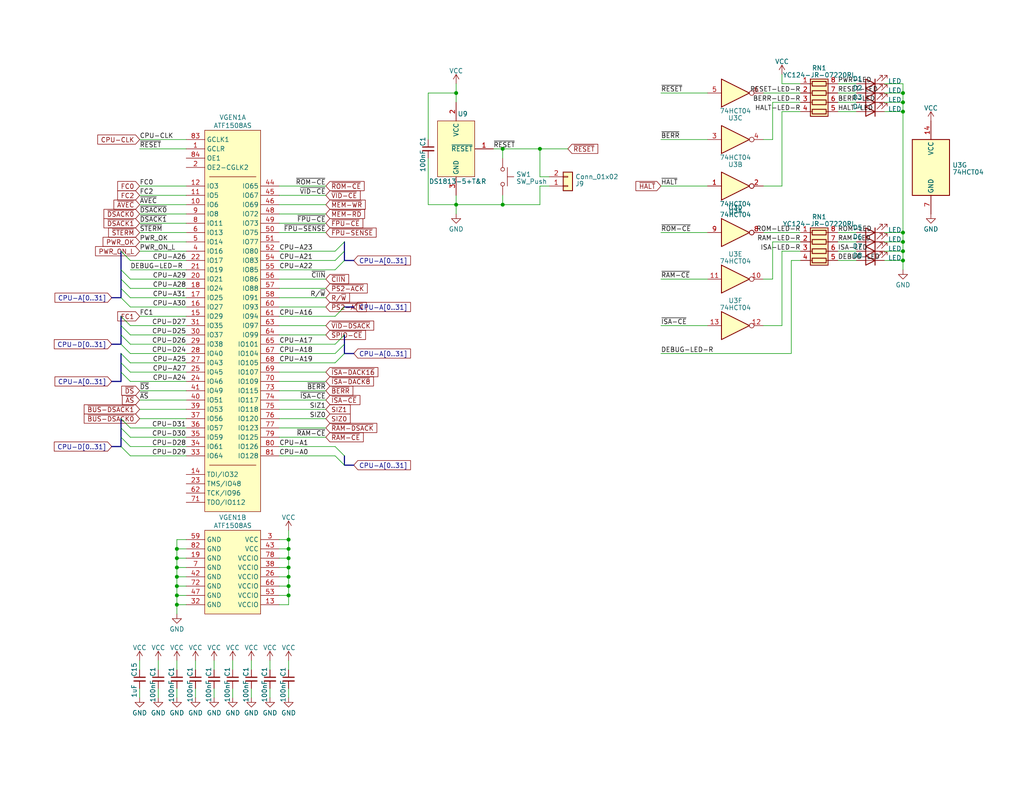
<source format=kicad_sch>
(kicad_sch (version 20230121) (generator eeschema)
  (paper "USLetter")
  (title_block (title "Wrap030 ITX") (date "2023-03-15") (rev "0") (company "techav"))
  (lib_symbols
    (symbol "74xx:74HCT04"
      (property "Reference" "U" (at 0 1.27 0))
      (property "Value" "74HCT04" (at 0 -1.27 0))
      (symbol "74HCT04_1_0"
        (pin input line (at -7.62 0 0) (length 3.81) (name "~") (number "1"))
        (pin output inverted (at 7.62 0 180) (length 3.81) (name "~") (number "2"))
      )
      (symbol "74HCT04_2_0"
        (pin input line (at -7.62 0 0) (length 3.81) (name "~") (number "3"))
        (pin output inverted (at 7.62 0 180) (length 3.81) (name "~") (number "4"))
      )
      (symbol "74HCT04_3_0"
        (pin input line (at -7.62 0 0) (length 3.81) (name "~") (number "5"))
        (pin output inverted (at 7.62 0 180) (length 3.81) (name "~") (number "6"))
      )
      (symbol "74HCT04_4_0"
        (pin output inverted (at 7.62 0 180) (length 3.81) (name "~") (number "8"))
        (pin input line (at -7.62 0 0) (length 3.81) (name "~") (number "9"))
      )
      (symbol "74HCT04_5_0"
        (pin output inverted (at 7.62 0 180) (length 3.81) (name "~") (number "10"))
        (pin input line (at -7.62 0 0) (length 3.81) (name "~") (number "11"))
      )
      (symbol "74HCT04_6_0"
        (pin output inverted (at 7.62 0 180) (length 3.81) (name "~") (number "12"))
        (pin input line (at -7.62 0 0) (length 3.81) (name "~") (number "13"))
      )
      (symbol "74HCT04_7_0"
        (pin power_in line (at 0 12.7 270) (length 5.08) (name "VCC") (number "14"))
        (pin power_in line (at 0 -12.7 90) (length 5.08) (name "GND") (number "7"))
      )
    )
    (symbol "Connector_Generic:Conn_01x02" (pin_names (offset 1.016) hide)
      (property "Reference" "J" (at 0 2.54 0))
      (property "Value" "Conn_01x02" (at 0 -5.08 0))
      (symbol "Conn_01x02_1_1"
        (pin passive line (at -5.08 0 0) (length 3.81) (name "Pin_1") (number "1"))
        (pin passive line (at -5.08 -2.54 0) (length 3.81) (name "Pin_2") (number "2"))
      )
    )
    (symbol "Device:C_Small" (pin_numbers hide) (pin_names (offset 0.254) hide)
      (property "Reference" "C" (at 0.254 1.778 0))
      (property "Value" "C_Small" (at 0.254 -2.032 0))
      (symbol "C_Small_1_1"
        (pin passive line (at 0 2.54 270) (length 2.032) (name "~") (number "1"))
        (pin passive line (at 0 -2.54 90) (length 2.032) (name "~") (number "2"))
      )
    )
    (symbol "Device:LED" (pin_numbers hide) (pin_names (offset 1.016) hide)
      (property "Reference" "D" (at 0 2.54 0))
      (property "Value" "LED" (at 0 -2.54 0))
      (symbol "LED_1_1"
        (pin passive line (at -3.81 0 0) (length 2.54) (name "K") (number "1"))
        (pin passive line (at 3.81 0 180) (length 2.54) (name "A") (number "2"))
      )
    )
    (symbol "Device:R_Pack04" (pin_names (offset 0) hide)
      (property "Reference" "RN" (at -7.62 0 90))
      (property "Value" "R_Pack04" (at 5.08 0 90))
      (symbol "R_Pack04_1_1"
        (pin passive line (at -5.08 -5.08 90) (length 2.54) (name "R1.1") (number "1"))
        (pin passive line (at -2.54 -5.08 90) (length 2.54) (name "R2.1") (number "2"))
        (pin passive line (at 0 -5.08 90) (length 2.54) (name "R3.1") (number "3"))
        (pin passive line (at 2.54 -5.08 90) (length 2.54) (name "R4.1") (number "4"))
        (pin passive line (at 2.54 5.08 270) (length 2.54) (name "R4.2") (number "5"))
        (pin passive line (at 0 5.08 270) (length 2.54) (name "R3.2") (number "6"))
        (pin passive line (at -2.54 5.08 270) (length 2.54) (name "R2.2") (number "7"))
        (pin passive line (at -5.08 5.08 270) (length 2.54) (name "R1.2") (number "8"))
      )
    )
    (symbol "Switch:SW_Push" (pin_numbers hide) (pin_names (offset 1.016) hide)
      (property "Reference" "SW" (at 1.27 2.54 0))
      (property "Value" "SW_Push" (at 0 -1.524 0))
      (symbol "SW_Push_0_1"
        (pin passive line (at -5.08 0 0) (length 2.54) (name "1") (number "1"))
        (pin passive line (at 5.08 0 180) (length 2.54) (name "2") (number "2"))
      )
    )
    (symbol "Wrap030-ITX:ATF1508AS"
      (property "Reference" "U" (at 0 1.27 0))
      (symbol "ATF1508AS_1_1"
        (pin bidirectional line (at -12.7 -5.08 0) (length 5.08) (name "GCLR") (number "1"))
        (pin bidirectional line (at -12.7 -20.32 0) (length 5.08) (name "IO6") (number "10"))
        (pin bidirectional line (at -12.7 -17.78 0) (length 5.08) (name "IO5") (number "11"))
        (pin bidirectional line (at -12.7 -15.24 0) (length 5.08) (name "IO3") (number "12"))
        (pin bidirectional line (at -12.7 -93.98 0) (length 5.08) (name "TDI/IO32") (number "14"))
        (pin bidirectional line (at -12.7 -50.8 0) (length 5.08) (name "IO29") (number "15"))
        (pin bidirectional line (at -12.7 -48.26 0) (length 5.08) (name "IO27") (number "16"))
        (pin bidirectional line (at -12.7 -45.72 0) (length 5.08) (name "IO25") (number "17"))
        (pin bidirectional line (at -12.7 -43.18 0) (length 5.08) (name "IO24") (number "18"))
        (pin bidirectional line (at -12.7 -10.16 0) (length 5.08) (name "OE2-CGLK2") (number "2"))
        (pin bidirectional line (at -12.7 -40.64 0) (length 5.08) (name "IO21") (number "20"))
        (pin bidirectional line (at -12.7 -38.1 0) (length 5.08) (name "IO19") (number "21"))
        (pin bidirectional line (at -12.7 -35.56 0) (length 5.08) (name "IO17") (number "22"))
        (pin bidirectional line (at -12.7 -96.52 0) (length 5.08) (name "TMS/IO48") (number "23"))
        (pin bidirectional line (at -12.7 -68.58 0) (length 5.08) (name "IO46") (number "24"))
        (pin bidirectional line (at -12.7 -66.04 0) (length 5.08) (name "IO45") (number "25"))
        (pin bidirectional line (at -12.7 -63.5 0) (length 5.08) (name "IO43") (number "27"))
        (pin bidirectional line (at -12.7 -60.96 0) (length 5.08) (name "IO40") (number "28"))
        (pin bidirectional line (at -12.7 -58.42 0) (length 5.08) (name "IO38") (number "29"))
        (pin bidirectional line (at -12.7 -55.88 0) (length 5.08) (name "IO37") (number "30"))
        (pin bidirectional line (at -12.7 -53.34 0) (length 5.08) (name "IO35") (number "31"))
        (pin bidirectional line (at -12.7 -88.9 0) (length 5.08) (name "IO64") (number "33"))
        (pin bidirectional line (at -12.7 -86.36 0) (length 5.08) (name "IO61") (number "34"))
        (pin bidirectional line (at -12.7 -83.82 0) (length 5.08) (name "IO59") (number "35"))
        (pin bidirectional line (at -12.7 -81.28 0) (length 5.08) (name "IO57") (number "36"))
        (pin bidirectional line (at -12.7 -78.74 0) (length 5.08) (name "IO56") (number "37"))
        (pin bidirectional line (at -12.7 -76.2 0) (length 5.08) (name "IO53") (number "39"))
        (pin bidirectional line (at -12.7 -33.02 0) (length 5.08) (name "IO16") (number "4"))
        (pin bidirectional line (at -12.7 -73.66 0) (length 5.08) (name "IO51") (number "40"))
        (pin bidirectional line (at -12.7 -71.12 0) (length 5.08) (name "IO49") (number "41"))
        (pin bidirectional line (at 12.7 -15.24 180) (length 5.08) (name "IO65") (number "44"))
        (pin bidirectional line (at 12.7 -17.78 180) (length 5.08) (name "IO67") (number "45"))
        (pin bidirectional line (at 12.7 -20.32 180) (length 5.08) (name "IO69") (number "46"))
        (pin bidirectional line (at 12.7 -22.86 180) (length 5.08) (name "IO72") (number "48"))
        (pin bidirectional line (at 12.7 -25.4 180) (length 5.08) (name "IO73") (number "49"))
        (pin bidirectional line (at -12.7 -30.48 0) (length 5.08) (name "IO14") (number "5"))
        (pin bidirectional line (at 12.7 -27.94 180) (length 5.08) (name "IO75") (number "50"))
        (pin bidirectional line (at 12.7 -30.48 180) (length 5.08) (name "IO77") (number "51"))
        (pin bidirectional line (at 12.7 -33.02 180) (length 5.08) (name "IO80") (number "52"))
        (pin bidirectional line (at 12.7 -35.56 180) (length 5.08) (name "IO83") (number "54"))
        (pin bidirectional line (at 12.7 -38.1 180) (length 5.08) (name "IO85") (number "55"))
        (pin bidirectional line (at 12.7 -40.64 180) (length 5.08) (name "IO86") (number "56"))
        (pin bidirectional line (at 12.7 -43.18 180) (length 5.08) (name "IO88") (number "57"))
        (pin bidirectional line (at 12.7 -45.72 180) (length 5.08) (name "IO91") (number "58"))
        (pin bidirectional line (at -12.7 -27.94 0) (length 5.08) (name "IO13") (number "6"))
        (pin bidirectional line (at 12.7 -48.26 180) (length 5.08) (name "IO93") (number "60"))
        (pin bidirectional line (at 12.7 -50.8 180) (length 5.08) (name "IO94") (number "61"))
        (pin bidirectional line (at -12.7 -99.06 0) (length 5.08) (name "TCK/IO96") (number "62"))
        (pin bidirectional line (at 12.7 -53.34 180) (length 5.08) (name "IO97") (number "63"))
        (pin bidirectional line (at 12.7 -55.88 180) (length 5.08) (name "IO99") (number "64"))
        (pin bidirectional line (at 12.7 -58.42 180) (length 5.08) (name "IO101") (number "65"))
        (pin bidirectional line (at 12.7 -60.96 180) (length 5.08) (name "IO104") (number "67"))
        (pin bidirectional line (at 12.7 -63.5 180) (length 5.08) (name "IO105") (number "68"))
        (pin bidirectional line (at 12.7 -66.04 180) (length 5.08) (name "IO107") (number "69"))
        (pin bidirectional line (at 12.7 -68.58 180) (length 5.08) (name "IO109") (number "70"))
        (pin bidirectional line (at -12.7 -101.6 0) (length 5.08) (name "TDO/IO112") (number "71"))
        (pin bidirectional line (at 12.7 -71.12 180) (length 5.08) (name "IO115") (number "73"))
        (pin bidirectional line (at 12.7 -73.66 180) (length 5.08) (name "IO117") (number "74"))
        (pin bidirectional line (at 12.7 -76.2 180) (length 5.08) (name "IO118") (number "75"))
        (pin bidirectional line (at 12.7 -78.74 180) (length 5.08) (name "IO120") (number "76"))
        (pin bidirectional line (at 12.7 -81.28 180) (length 5.08) (name "IO123") (number "77"))
        (pin bidirectional line (at 12.7 -83.82 180) (length 5.08) (name "IO125") (number "79"))
        (pin bidirectional line (at -12.7 -25.4 0) (length 5.08) (name "IO11") (number "8"))
        (pin bidirectional line (at 12.7 -86.36 180) (length 5.08) (name "IO126") (number "80"))
        (pin bidirectional line (at 12.7 -88.9 180) (length 5.08) (name "IO128") (number "81"))
        (pin bidirectional line (at -12.7 -2.54 0) (length 5.08) (name "GCLK1") (number "83"))
        (pin bidirectional line (at -12.7 -7.62 0) (length 5.08) (name "OE1") (number "84"))
        (pin bidirectional line (at -12.7 -22.86 0) (length 5.08) (name "IO8") (number "9"))
      )
      (symbol "ATF1508AS_2_1"
        (pin power_in line (at 12.7 -20.32 180) (length 5.08) (name "VCCIO") (number "13"))
        (pin power_in line (at -12.7 -7.62 0) (length 5.08) (name "GND") (number "19"))
        (pin power_in line (at 12.7 -12.7 180) (length 5.08) (name "VCCIO") (number "26"))
        (pin power_in line (at 12.7 -2.54 180) (length 5.08) (name "VCC") (number "3"))
        (pin power_in line (at -12.7 -20.32 0) (length 5.08) (name "GND") (number "32"))
        (pin power_in line (at 12.7 -10.16 180) (length 5.08) (name "VCCIO") (number "38"))
        (pin power_in line (at -12.7 -12.7 0) (length 5.08) (name "GND") (number "42"))
        (pin power_in line (at 12.7 -5.08 180) (length 5.08) (name "VCC") (number "43"))
        (pin power_in line (at -12.7 -17.78 0) (length 5.08) (name "GND") (number "47"))
        (pin power_in line (at 12.7 -17.78 180) (length 5.08) (name "VCCIO") (number "53"))
        (pin power_in line (at -12.7 -2.54 0) (length 5.08) (name "GND") (number "59"))
        (pin power_in line (at 12.7 -15.24 180) (length 5.08) (name "VCCIO") (number "66"))
        (pin power_in line (at -12.7 -10.16 0) (length 5.08) (name "GND") (number "7"))
        (pin power_in line (at -12.7 -15.24 0) (length 5.08) (name "GND") (number "72"))
        (pin power_in line (at 12.7 -7.62 180) (length 5.08) (name "VCCIO") (number "78"))
        (pin power_in line (at -12.7 -5.08 0) (length 5.08) (name "GND") (number "82"))
      )
    )
    (symbol "Wrap030-ITX:DS1813"
      (property "Reference" "U" (at 1.27 8.89 0))
      (property "Value" "DS1813" (at 3.81 -8.89 0))
      (symbol "DS1813_1_1"
        (pin output line (at 10.16 0 180) (length 5.08) (name "~{RESET}") (number "1"))
        (pin power_in line (at 0 12.7 270) (length 5.08) (name "VCC") (number "2"))
        (pin power_in line (at 0 -12.7 90) (length 5.08) (name "GND") (number "3"))
      )
    )
    (symbol "power:GND" (power) (pin_names (offset 0))
      (property "Value" "GND" (at 0 -3.81 0))
      (symbol "GND_1_1"
        (pin power_in line (at 0 0 270) (length 0) hide (name "GND") (number "1"))
      )
    )
    (symbol "power:VCC" (power) (pin_names (offset 0))
      (property "Value" "VCC" (at 0 3.81 0))
      (symbol "VCC_1_1"
        (pin power_in line (at 0 0 90) (length 0) hide (name "VCC") (number "1"))
      )
    )
  )
  (junction (at 48.26 149.86))
  (junction (at 78.74 149.86))
  (junction (at 246.38 30.48))
  (junction (at 137.16 55.88))
  (junction (at 48.26 165.1))
  (junction (at 48.26 160.02))
  (junction (at 246.38 27.94))
  (junction (at 78.74 154.94))
  (junction (at 78.74 162.56))
  (junction (at 48.26 152.4))
  (junction (at 246.38 25.4))
  (junction (at 78.74 160.02))
  (junction (at 48.26 162.56))
  (junction (at 124.46 55.88))
  (junction (at 78.74 147.32))
  (junction (at 246.38 68.58))
  (junction (at 78.74 157.48))
  (junction (at 137.16 40.64))
  (junction (at 246.38 71.12))
  (junction (at 48.26 154.94))
  (junction (at 147.32 40.64))
  (junction (at 48.26 157.48))
  (junction (at 246.38 63.5))
  (junction (at 246.38 66.04))
  (junction (at 78.74 152.4))
  (junction (at 124.46 25.4))
  (bus_entry (at 93.98 68.58) (size -2.54 2.54))
  (bus_entry (at 93.98 66.04) (size -2.54 2.54))
  (bus_entry (at 33.02 93.98) (size 2.54 2.54))
  (bus_entry (at 33.02 114.3) (size 2.54 2.54))
  (bus_entry (at 33.02 99.06) (size 2.54 2.54))
  (bus_entry (at 93.98 127) (size -2.54 -2.54))
  (bus_entry (at 93.98 93.98) (size -2.54 2.54))
  (bus_entry (at 33.02 119.38) (size 2.54 2.54))
  (bus_entry (at 33.02 96.52) (size 2.54 2.54))
  (bus_entry (at 93.98 124.46) (size -2.54 -2.54))
  (bus_entry (at 93.98 83.82) (size -2.54 2.54))
  (bus_entry (at 33.02 86.36) (size 2.54 2.54))
  (bus_entry (at 33.02 116.84) (size 2.54 2.54))
  (bus_entry (at 93.98 91.44) (size -2.54 2.54))
  (bus_entry (at 93.98 71.12) (size -2.54 2.54))
  (bus_entry (at 33.02 91.44) (size 2.54 2.54))
  (bus_entry (at 33.02 88.9) (size 2.54 2.54))
  (bus_entry (at 33.02 81.28) (size 2.54 2.54))
  (bus_entry (at 33.02 68.58) (size 2.54 2.54))
  (bus_entry (at 93.98 96.52) (size -2.54 2.54))
  (bus_entry (at 33.02 73.66) (size 2.54 2.54))
  (bus_entry (at 33.02 121.92) (size 2.54 2.54))
  (bus_entry (at 33.02 101.6) (size 2.54 2.54))
  (bus_entry (at 33.02 78.74) (size 2.54 2.54))
  (bus_entry (at 33.02 76.2) (size 2.54 2.54))
  (wire (pts (xy 76.2 157.48) (xy 78.74 157.48)))
  (wire (pts (xy 48.26 165.1) (xy 48.26 167.64)))
  (bus (pts (xy 93.98 66.04) (xy 93.98 68.58)))
  (wire (pts (xy 48.26 149.86) (xy 50.8 149.86)))
  (wire (pts (xy 241.3 66.04) (xy 246.38 66.04)))
  (wire (pts (xy 76.2 160.02) (xy 78.74 160.02)))
  (bus (pts (xy 33.02 119.38) (xy 33.02 121.92)))
  (wire (pts (xy 241.3 68.58) (xy 246.38 68.58)))
  (bus (pts (xy 93.98 124.46) (xy 93.98 127)))
  (wire (pts (xy 50.8 81.28) (xy 35.56 81.28)))
  (wire (pts (xy 147.32 50.8) (xy 147.32 55.88)))
  (bus (pts (xy 33.02 81.28) (xy 30.48 81.28)))
  (wire (pts (xy 48.26 160.02) (xy 50.8 160.02)))
  (wire (pts (xy 149.86 50.8) (xy 147.32 50.8)))
  (wire (pts (xy 76.2 165.1) (xy 78.74 165.1)))
  (wire (pts (xy 76.2 154.94) (xy 78.74 154.94)))
  (wire (pts (xy 208.28 50.8) (xy 213.36 50.8)))
  (wire (pts (xy 76.2 149.86) (xy 78.74 149.86)))
  (wire (pts (xy 63.5 190.5) (xy 63.5 187.96)))
  (wire (pts (xy 88.9 101.6) (xy 76.2 101.6)))
  (wire (pts (xy 241.3 71.12) (xy 246.38 71.12)))
  (bus (pts (xy 33.02 91.44) (xy 33.02 93.98)))
  (wire (pts (xy 76.2 68.58) (xy 91.44 68.58)))
  (wire (pts (xy 137.16 43.18) (xy 137.16 40.64)))
  (wire (pts (xy 124.46 55.88) (xy 137.16 55.88)))
  (wire (pts (xy 48.26 154.94) (xy 50.8 154.94)))
  (wire (pts (xy 50.8 111.76) (xy 38.1 111.76)))
  (wire (pts (xy 50.8 106.68) (xy 38.1 106.68)))
  (bus (pts (xy 33.02 104.14) (xy 30.48 104.14)))
  (wire (pts (xy 88.9 60.96) (xy 76.2 60.96)))
  (wire (pts (xy 147.32 55.88) (xy 137.16 55.88)))
  (wire (pts (xy 213.36 20.32) (xy 213.36 22.86)))
  (wire (pts (xy 116.84 25.4) (xy 124.46 25.4)))
  (wire (pts (xy 88.9 88.9) (xy 76.2 88.9)))
  (wire (pts (xy 246.38 27.94) (xy 246.38 30.48)))
  (wire (pts (xy 88.9 109.22) (xy 76.2 109.22)))
  (wire (pts (xy 88.9 116.84) (xy 76.2 116.84)))
  (wire (pts (xy 124.46 22.86) (xy 124.46 25.4)))
  (wire (pts (xy 48.26 157.48) (xy 50.8 157.48)))
  (wire (pts (xy 213.36 50.8) (xy 213.36 30.48)))
  (wire (pts (xy 58.42 190.5) (xy 58.42 187.96)))
  (wire (pts (xy 124.46 53.34) (xy 124.46 55.88)))
  (wire (pts (xy 137.16 40.64) (xy 134.62 40.64)))
  (wire (pts (xy 50.8 93.98) (xy 35.56 93.98)))
  (bus (pts (xy 33.02 88.9) (xy 33.02 91.44)))
  (bus (pts (xy 93.98 71.12) (xy 96.52 71.12)))
  (wire (pts (xy 76.2 78.74) (xy 88.9 78.74)))
  (wire (pts (xy 48.26 149.86) (xy 48.26 152.4)))
  (wire (pts (xy 137.16 40.64) (xy 147.32 40.64)))
  (wire (pts (xy 124.46 55.88) (xy 124.46 58.42)))
  (wire (pts (xy 241.3 30.48) (xy 246.38 30.48)))
  (wire (pts (xy 43.18 190.5) (xy 43.18 187.96)))
  (wire (pts (xy 208.28 63.5) (xy 218.44 63.5)))
  (wire (pts (xy 88.9 119.38) (xy 76.2 119.38)))
  (wire (pts (xy 78.74 190.5) (xy 78.74 187.96)))
  (wire (pts (xy 76.2 93.98) (xy 91.44 93.98)))
  (bus (pts (xy 33.02 114.3) (xy 33.02 116.84)))
  (wire (pts (xy 210.82 38.1) (xy 210.82 27.94)))
  (wire (pts (xy 50.8 88.9) (xy 35.56 88.9)))
  (wire (pts (xy 246.38 25.4) (xy 246.38 27.94)))
  (wire (pts (xy 233.68 68.58) (xy 228.6 68.58)))
  (wire (pts (xy 78.74 144.78) (xy 78.74 147.32)))
  (wire (pts (xy 88.9 91.44) (xy 76.2 91.44)))
  (wire (pts (xy 76.2 124.46) (xy 91.44 124.46)))
  (bus (pts (xy 33.02 73.66) (xy 33.02 76.2)))
  (wire (pts (xy 38.1 38.1) (xy 50.8 38.1)))
  (wire (pts (xy 210.82 27.94) (xy 218.44 27.94)))
  (wire (pts (xy 76.2 99.06) (xy 91.44 99.06)))
  (wire (pts (xy 78.74 162.56) (xy 78.74 165.1)))
  (wire (pts (xy 88.9 106.68) (xy 76.2 106.68)))
  (wire (pts (xy 50.8 99.06) (xy 35.56 99.06)))
  (wire (pts (xy 241.3 63.5) (xy 246.38 63.5)))
  (wire (pts (xy 48.26 147.32) (xy 50.8 147.32)))
  (wire (pts (xy 50.8 124.46) (xy 35.56 124.46)))
  (wire (pts (xy 58.42 180.34) (xy 58.42 182.88)))
  (wire (pts (xy 180.34 50.8) (xy 193.04 50.8)))
  (wire (pts (xy 50.8 104.14) (xy 35.56 104.14)))
  (bus (pts (xy 30.48 93.98) (xy 33.02 93.98)))
  (wire (pts (xy 241.3 27.94) (xy 246.38 27.94)))
  (wire (pts (xy 88.9 53.34) (xy 76.2 53.34)))
  (wire (pts (xy 78.74 180.34) (xy 78.74 182.88)))
  (wire (pts (xy 233.68 66.04) (xy 228.6 66.04)))
  (wire (pts (xy 246.38 30.48) (xy 246.38 63.5)))
  (wire (pts (xy 48.26 147.32) (xy 48.26 149.86)))
  (wire (pts (xy 208.28 25.4) (xy 218.44 25.4)))
  (wire (pts (xy 246.38 63.5) (xy 246.38 66.04)))
  (wire (pts (xy 233.68 22.86) (xy 228.6 22.86)))
  (wire (pts (xy 116.84 25.4) (xy 116.84 38.1)))
  (wire (pts (xy 88.9 50.8) (xy 76.2 50.8)))
  (wire (pts (xy 233.68 30.48) (xy 228.6 30.48)))
  (wire (pts (xy 48.26 162.56) (xy 50.8 162.56)))
  (wire (pts (xy 180.34 88.9) (xy 193.04 88.9)))
  (wire (pts (xy 68.58 190.5) (xy 68.58 187.96)))
  (wire (pts (xy 180.34 38.1) (xy 193.04 38.1)))
  (wire (pts (xy 50.8 60.96) (xy 38.1 60.96)))
  (wire (pts (xy 116.84 43.18) (xy 116.84 55.88)))
  (wire (pts (xy 73.66 190.5) (xy 73.66 187.96)))
  (wire (pts (xy 246.38 71.12) (xy 246.38 73.66)))
  (wire (pts (xy 246.38 22.86) (xy 246.38 25.4)))
  (wire (pts (xy 124.46 25.4) (xy 124.46 27.94)))
  (wire (pts (xy 213.36 22.86) (xy 218.44 22.86)))
  (wire (pts (xy 246.38 68.58) (xy 246.38 71.12)))
  (wire (pts (xy 78.74 154.94) (xy 78.74 157.48)))
  (wire (pts (xy 233.68 63.5) (xy 228.6 63.5)))
  (bus (pts (xy 33.02 68.58) (xy 33.02 73.66)))
  (wire (pts (xy 210.82 66.04) (xy 218.44 66.04)))
  (wire (pts (xy 48.26 190.5) (xy 48.26 187.96)))
  (wire (pts (xy 50.8 71.12) (xy 35.56 71.12)))
  (wire (pts (xy 50.8 78.74) (xy 35.56 78.74)))
  (wire (pts (xy 76.2 73.66) (xy 91.44 73.66)))
  (wire (pts (xy 68.58 180.34) (xy 68.58 182.88)))
  (wire (pts (xy 213.36 88.9) (xy 213.36 68.58)))
  (wire (pts (xy 38.1 190.5) (xy 38.1 187.96)))
  (wire (pts (xy 50.8 76.2) (xy 35.56 76.2)))
  (wire (pts (xy 50.8 121.92) (xy 35.56 121.92)))
  (bus (pts (xy 33.02 86.36) (xy 33.02 88.9)))
  (wire (pts (xy 76.2 83.82) (xy 88.9 83.82)))
  (wire (pts (xy 53.34 190.5) (xy 53.34 187.96)))
  (wire (pts (xy 50.8 53.34) (xy 38.1 53.34)))
  (wire (pts (xy 137.16 55.88) (xy 137.16 53.34)))
  (wire (pts (xy 78.74 152.4) (xy 78.74 154.94)))
  (wire (pts (xy 76.2 121.92) (xy 91.44 121.92)))
  (wire (pts (xy 88.9 58.42) (xy 76.2 58.42)))
  (wire (pts (xy 48.26 152.4) (xy 50.8 152.4)))
  (wire (pts (xy 76.2 96.52) (xy 91.44 96.52)))
  (wire (pts (xy 213.36 68.58) (xy 218.44 68.58)))
  (wire (pts (xy 78.74 147.32) (xy 78.74 149.86)))
  (wire (pts (xy 180.34 76.2) (xy 193.04 76.2)))
  (wire (pts (xy 38.1 63.5) (xy 50.8 63.5)))
  (wire (pts (xy 50.8 58.42) (xy 38.1 58.42)))
  (wire (pts (xy 43.18 180.34) (xy 43.18 182.88)))
  (wire (pts (xy 246.38 66.04) (xy 246.38 68.58)))
  (wire (pts (xy 50.8 96.52) (xy 35.56 96.52)))
  (wire (pts (xy 233.68 25.4) (xy 228.6 25.4)))
  (wire (pts (xy 76.2 86.36) (xy 91.44 86.36)))
  (wire (pts (xy 116.84 55.88) (xy 124.46 55.88)))
  (wire (pts (xy 180.34 63.5) (xy 193.04 63.5)))
  (wire (pts (xy 78.74 160.02) (xy 78.74 162.56)))
  (wire (pts (xy 48.26 160.02) (xy 48.26 162.56)))
  (bus (pts (xy 93.98 127) (xy 96.52 127)))
  (wire (pts (xy 63.5 180.34) (xy 63.5 182.88)))
  (wire (pts (xy 38.1 66.04) (xy 50.8 66.04)))
  (wire (pts (xy 147.32 40.64) (xy 154.94 40.64)))
  (wire (pts (xy 50.8 114.3) (xy 38.1 114.3)))
  (wire (pts (xy 48.26 154.94) (xy 48.26 157.48)))
  (wire (pts (xy 233.68 27.94) (xy 228.6 27.94)))
  (wire (pts (xy 88.9 104.14) (xy 76.2 104.14)))
  (bus (pts (xy 93.98 91.44) (xy 93.98 93.98)))
  (wire (pts (xy 76.2 162.56) (xy 78.74 162.56)))
  (bus (pts (xy 33.02 101.6) (xy 33.02 104.14)))
  (bus (pts (xy 33.02 116.84) (xy 33.02 119.38)))
  (wire (pts (xy 48.26 180.34) (xy 48.26 182.88)))
  (wire (pts (xy 76.2 111.76) (xy 88.9 111.76)))
  (wire (pts (xy 48.26 165.1) (xy 50.8 165.1)))
  (wire (pts (xy 50.8 86.36) (xy 38.1 86.36)))
  (wire (pts (xy 213.36 30.48) (xy 218.44 30.48)))
  (wire (pts (xy 147.32 40.64) (xy 147.32 48.26)))
  (bus (pts (xy 30.48 121.92) (xy 33.02 121.92)))
  (wire (pts (xy 78.74 157.48) (xy 78.74 160.02)))
  (wire (pts (xy 50.8 91.44) (xy 35.56 91.44)))
  (wire (pts (xy 180.34 96.52) (xy 215.9 96.52)))
  (wire (pts (xy 48.26 157.48) (xy 48.26 160.02)))
  (wire (pts (xy 50.8 50.8) (xy 38.1 50.8)))
  (wire (pts (xy 50.8 101.6) (xy 35.56 101.6)))
  (wire (pts (xy 53.34 180.34) (xy 53.34 182.88)))
  (wire (pts (xy 208.28 88.9) (xy 213.36 88.9)))
  (wire (pts (xy 38.1 40.64) (xy 50.8 40.64)))
  (bus (pts (xy 33.02 99.06) (xy 33.02 101.6)))
  (wire (pts (xy 48.26 162.56) (xy 48.26 165.1)))
  (wire (pts (xy 88.9 55.88) (xy 76.2 55.88)))
  (bus (pts (xy 93.98 68.58) (xy 93.98 71.12)))
  (wire (pts (xy 218.44 71.12) (xy 215.9 71.12)))
  (wire (pts (xy 76.2 114.3) (xy 88.9 114.3)))
  (bus (pts (xy 93.98 83.82) (xy 96.52 83.82)))
  (wire (pts (xy 76.2 147.32) (xy 78.74 147.32)))
  (wire (pts (xy 76.2 81.28) (xy 88.9 81.28)))
  (wire (pts (xy 73.66 180.34) (xy 73.66 182.88)))
  (wire (pts (xy 38.1 55.88) (xy 50.8 55.88)))
  (wire (pts (xy 241.3 25.4) (xy 246.38 25.4)))
  (wire (pts (xy 228.6 71.12) (xy 233.68 71.12)))
  (wire (pts (xy 50.8 119.38) (xy 35.56 119.38)))
  (wire (pts (xy 76.2 63.5) (xy 88.9 63.5)))
  (wire (pts (xy 149.86 48.26) (xy 147.32 48.26)))
  (bus (pts (xy 33.02 76.2) (xy 33.02 78.74)))
  (wire (pts (xy 180.34 25.4) (xy 193.04 25.4)))
  (bus (pts (xy 93.98 96.52) (xy 96.52 96.52)))
  (wire (pts (xy 210.82 76.2) (xy 210.82 66.04)))
  (wire (pts (xy 38.1 68.58) (xy 50.8 68.58)))
  (bus (pts (xy 33.02 96.52) (xy 33.02 99.06)))
  (bus (pts (xy 33.02 78.74) (xy 33.02 81.28)))
  (wire (pts (xy 208.28 76.2) (xy 210.82 76.2)))
  (wire (pts (xy 76.2 71.12) (xy 91.44 71.12)))
  (wire (pts (xy 78.74 149.86) (xy 78.74 152.4)))
  (wire (pts (xy 38.1 180.34) (xy 38.1 182.88)))
  (wire (pts (xy 50.8 116.84) (xy 35.56 116.84)))
  (wire (pts (xy 88.9 76.2) (xy 76.2 76.2)))
  (wire (pts (xy 215.9 71.12) (xy 215.9 96.52)))
  (wire (pts (xy 50.8 83.82) (xy 35.56 83.82)))
  (wire (pts (xy 208.28 38.1) (xy 210.82 38.1)))
  (wire (pts (xy 241.3 22.86) (xy 246.38 22.86)))
  (bus (pts (xy 93.98 93.98) (xy 93.98 96.52)))
  (wire (pts (xy 35.56 73.66) (xy 50.8 73.66)))
  (wire (pts (xy 50.8 109.22) (xy 38.1 109.22)))
  (wire (pts (xy 48.26 152.4) (xy 48.26 154.94)))
  (wire (pts (xy 76.2 152.4) (xy 78.74 152.4)))
  (label "~{CIIN}" (at 88.9 76.2 180))
  (label "CPU-A27" (at 50.8 101.6 180))
  (label "CPU-CLK" (at 38.1 38.1 0))
  (label "~{RESET}" (at 38.1 40.64 0))
  (label "CPU-A31" (at 50.8 81.28 180))
  (label "FC2" (at 38.1 53.34 0))
  (label "RAM-LED" (at 228.6 66.04 0))
  (label "SIZ1" (at 88.9 111.76 180))
  (label "CPU-A30" (at 50.8 83.82 180))
  (label "CPU-A17" (at 76.2 93.98 0))
  (label "CPU-A25" (at 50.8 99.06 180))
  (label "CPU-A1" (at 76.2 121.92 0))
  (label "PWR-LED" (at 228.6 22.86 0))
  (label "CPU-A16" (at 76.2 86.36 0))
  (label "BERR-LED-R" (at 218.44 27.94 180))
  (label "R{slash}~{W}" (at 88.9 81.28 180))
  (label "~{AVEC}" (at 38.1 55.88 0))
  (label "~{ROM-CE}" (at 180.34 63.5 0))
  (label "CPU-D25" (at 50.8 91.44 180))
  (label "CPU-D28" (at 50.8 121.92 180))
  (label "~{RAM-CE}" (at 88.9 119.38 180))
  (label "CPU-A19" (at 76.2 99.06 0))
  (label "SIZ0" (at 88.9 114.3 180))
  (label "~{BERR}" (at 88.9 106.68 180))
  (label "~{RESET}" (at 180.34 25.4 0))
  (label "~{HALT}" (at 180.34 50.8 0))
  (label "~{FPU-CE}" (at 88.9 60.96 180))
  (label "BERR-LED" (at 228.6 27.94 0))
  (label "CPU-A29" (at 50.8 76.2 180))
  (label "CPU-D29" (at 50.8 124.46 180))
  (label "~{DS}" (at 38.1 106.68 0))
  (label "~{FPU-SENSE}" (at 88.9 63.5 180))
  (label "CPU-A21" (at 76.2 71.12 0))
  (label "~{RAM-CE}" (at 180.34 76.2 0))
  (label "CPU-A22" (at 76.2 73.66 0))
  (label "ISA-LED" (at 228.6 68.58 0))
  (label "~{BERR}" (at 180.34 38.1 0))
  (label "~{STERM}" (at 38.1 63.5 0))
  (label "~{AS}" (at 38.1 109.22 0))
  (label "FC0" (at 38.1 50.8 0))
  (label "CPU-D31" (at 50.8 116.84 180))
  (label "CPU-A24" (at 50.8 104.14 180))
  (label "CPU-A28" (at 50.8 78.74 180))
  (label "~{DSACK0}" (at 38.1 58.42 0))
  (label "CPU-D24" (at 50.8 96.52 180))
  (label "~{ROM-CE}" (at 88.9 50.8 180))
  (label "CPU-A0" (at 76.2 124.46 0))
  (label "ISA-LED-R" (at 218.44 68.58 180))
  (label "CPU-D30" (at 50.8 119.38 180))
  (label "~{VID-CE}" (at 88.9 53.34 180))
  (label "HALT-LED" (at 228.6 30.48 0))
  (label "CPU-A18" (at 76.2 96.52 0))
  (label "CPU-A26" (at 50.8 71.12 180))
  (label "PWR_ON_L" (at 38.1 68.58 0))
  (label "DEBUG-LED-R" (at 35.56 73.66 0))
  (label "DEBUG-LED-R" (at 180.34 96.52 0))
  (label "RESET-LED" (at 228.6 25.4 0))
  (label "DEBUG-LED" (at 228.6 71.12 0))
  (label "~{DSACK1}" (at 38.1 60.96 0))
  (label "PWR_OK" (at 38.1 66.04 0))
  (label "ROM-LED" (at 228.6 63.5 0))
  (label "~{ISA-CE}" (at 180.34 88.9 0))
  (label "~{RESET}" (at 134.62 40.64 0))
  (label "FC1" (at 38.1 86.36 0))
  (label "RAM-LED-R" (at 218.44 66.04 180))
  (label "~{ISA-CE}" (at 88.9 109.22 180))
  (label "CPU-A23" (at 76.2 68.58 0))
  (label "HALT-LED-R" (at 218.44 30.48 180))
  (label "CPU-D26" (at 50.8 93.98 180))
  (label "CPU-D27" (at 50.8 88.9 180))
  (label "RESET-LED-R" (at 218.44 25.4 180))
  (label "ROM-LED-R" (at 218.44 63.5 180))
  (global_label "~{ISA-CE}" (shape input) (at 88.9 109.22 0) (property "Intersheetrefs" "${INTERSHEET_REFS}" (effects hide)))
  (global_label "~{ROM-CE}" (shape input) (at 88.9 50.8 0) (property "Intersheetrefs" "${INTERSHEET_REFS}" (effects hide)))
  (global_label "~{RESET}" (shape input) (at 154.94 40.64 0) (property "Intersheetrefs" "${INTERSHEET_REFS}" (effects hide)))
  (global_label "~{AS}" (shape input) (at 38.1 109.22 180) (property "Intersheetrefs" "${INTERSHEET_REFS}" (effects hide)))
  (global_label "~{BUS-DSACK1}" (shape input) (at 38.1 111.76 180) (property "Intersheetrefs" "${INTERSHEET_REFS}" (effects hide)))
  (global_label "~{PS2-ATN}" (shape input) (at 88.9 83.82 0) (property "Intersheetrefs" "${INTERSHEET_REFS}" (effects hide)))
  (global_label "~{DS}" (shape input) (at 38.1 106.68 180) (property "Intersheetrefs" "${INTERSHEET_REFS}" (effects hide)))
  (global_label "FC1" (shape input) (at 38.1 86.36 180) (property "Intersheetrefs" "${INTERSHEET_REFS}" (effects hide)))
  (global_label "CPU-A[0..31]" (shape input) (at 96.52 96.52 0) (property "Intersheetrefs" "${INTERSHEET_REFS}" (effects hide)))
  (global_label "~{FPU-SENSE}" (shape input) (at 88.9 63.5 0) (property "Intersheetrefs" "${INTERSHEET_REFS}" (effects hide)))
  (global_label "SIZ0" (shape input) (at 88.9 114.3 0) (property "Intersheetrefs" "${INTERSHEET_REFS}" (effects hide)))
  (global_label "CPU-D[0..31]" (shape input) (at 30.48 93.98 180) (property "Intersheetrefs" "${INTERSHEET_REFS}" (effects hide)))
  (global_label "~{CIIN}" (shape input) (at 88.9 76.2 0) (property "Intersheetrefs" "${INTERSHEET_REFS}" (effects hide)))
  (global_label "~{PS2-ACK}" (shape input) (at 88.9 78.74 0) (property "Intersheetrefs" "${INTERSHEET_REFS}" (effects hide)))
  (global_label "~{MEM-WR}" (shape input) (at 88.9 55.88 0) (property "Intersheetrefs" "${INTERSHEET_REFS}" (effects hide)))
  (global_label "SIZ1" (shape input) (at 88.9 111.76 0) (property "Intersheetrefs" "${INTERSHEET_REFS}" (effects hide)))
  (global_label "~{DSACK1}" (shape input) (at 38.1 60.96 180) (property "Intersheetrefs" "${INTERSHEET_REFS}" (effects hide)))
  (global_label "~{AVEC}" (shape input) (at 38.1 55.88 180) (property "Intersheetrefs" "${INTERSHEET_REFS}" (effects hide)))
  (global_label "~{SPIO-CE}" (shape input) (at 88.9 91.44 0) (property "Intersheetrefs" "${INTERSHEET_REFS}" (effects hide)))
  (global_label "PWR_ON_L" (shape input) (at 38.1 68.58 180) (property "Intersheetrefs" "${INTERSHEET_REFS}" (effects hide)))
  (global_label "CPU-A[0..31]" (shape input) (at 96.52 71.12 0) (property "Intersheetrefs" "${INTERSHEET_REFS}" (effects hide)))
  (global_label "~{BERR}" (shape input) (at 88.9 106.68 0) (property "Intersheetrefs" "${INTERSHEET_REFS}" (effects hide)))
  (global_label "~{FPU-CE}" (shape input) (at 88.9 60.96 0) (property "Intersheetrefs" "${INTERSHEET_REFS}" (effects hide)))
  (global_label "~{MEM-RD}" (shape input) (at 88.9 58.42 0) (property "Intersheetrefs" "${INTERSHEET_REFS}" (effects hide)))
  (global_label "CPU-A[0..31]" (shape input) (at 30.48 104.14 180) (property "Intersheetrefs" "${INTERSHEET_REFS}" (effects hide)))
  (global_label "~{ISA-DACK16}" (shape input) (at 88.9 101.6 0) (property "Intersheetrefs" "${INTERSHEET_REFS}" (effects hide)))
  (global_label "CPU-D[0..31]" (shape input) (at 30.48 121.92 180) (property "Intersheetrefs" "${INTERSHEET_REFS}" (effects hide)))
  (global_label "~{VID-CE}" (shape input) (at 88.9 53.34 0) (property "Intersheetrefs" "${INTERSHEET_REFS}" (effects hide)))
  (global_label "~{HALT}" (shape input) (at 180.34 50.8 180) (property "Intersheetrefs" "${INTERSHEET_REFS}" (effects hide)))
  (global_label "~{ISA-DACK8}" (shape input) (at 88.9 104.14 0) (property "Intersheetrefs" "${INTERSHEET_REFS}" (effects hide)))
  (global_label "~{RAM-DSACK}" (shape input) (at 88.9 116.84 0) (property "Intersheetrefs" "${INTERSHEET_REFS}" (effects hide)))
  (global_label "CPU-A[0..31]" (shape input) (at 96.52 127 0) (property "Intersheetrefs" "${INTERSHEET_REFS}" (effects hide)))
  (global_label "CPU-A[0..31]" (shape input) (at 96.52 83.82 0) (property "Intersheetrefs" "${INTERSHEET_REFS}" (effects hide)))
  (global_label "~{VID-DSACK}" (shape input) (at 88.9 88.9 0) (property "Intersheetrefs" "${INTERSHEET_REFS}" (effects hide)))
  (global_label "~{DSACK0}" (shape input) (at 38.1 58.42 180) (property "Intersheetrefs" "${INTERSHEET_REFS}" (effects hide)))
  (global_label "CPU-CLK" (shape input) (at 38.1 38.1 180) (property "Intersheetrefs" "${INTERSHEET_REFS}" (effects hide)))
  (global_label "FC0" (shape input) (at 38.1 50.8 180) (property "Intersheetrefs" "${INTERSHEET_REFS}" (effects hide)))
  (global_label "PWR_OK" (shape input) (at 38.1 66.04 180) (property "Intersheetrefs" "${INTERSHEET_REFS}" (effects hide)))
  (global_label "~{RAM-CE}" (shape input) (at 88.9 119.38 0) (property "Intersheetrefs" "${INTERSHEET_REFS}" (effects hide)))
  (global_label "~{BUS-DSACK0}" (shape input) (at 38.1 114.3 180) (property "Intersheetrefs" "${INTERSHEET_REFS}" (effects hide)))
  (global_label "R{slash}~{W}" (shape input) (at 88.9 81.28 0) (property "Intersheetrefs" "${INTERSHEET_REFS}" (effects hide)))
  (global_label "CPU-A[0..31]" (shape input) (at 30.48 81.28 180) (property "Intersheetrefs" "${INTERSHEET_REFS}" (effects hide)))
  (global_label "~{STERM}" (shape input) (at 38.1 63.5 180) (property "Intersheetrefs" "${INTERSHEET_REFS}" (effects hide)))
  (global_label "FC2" (shape input) (at 38.1 53.34 180) (property "Intersheetrefs" "${INTERSHEET_REFS}" (effects hide)))
  (symbol (lib_id "Device:LED") (at 237.49 27.94 180) (unit 1)
    (property "Reference" "D3" (at 233.9975 26.5811 0))
    (property "Value" "LED" (at 244.1575 27.2321 0))
    (property "Footprint" "LED_THT:LED_D3.0mm" (effects hide))
  )
  (symbol (lib_id "power:VCC") (at 78.74 144.78 0) (unit 1)
    (property "Reference" "#PWR046" (effects hide))
    (property "Value" "VCC" (at 78.74 141.2781 0))
    (instances (project "Wrap030-ITX" (path "" (reference "#PWR046") (unit 1)) (path "" (reference "#PWR0132") (unit 1))))
  )
  (symbol (lib_id "Device:LED") (at 237.49 66.04 180) (unit 1)
    (property "Reference" "D6" (at 233.9975 64.6811 0))
    (property "Value" "LED" (at 244.1575 65.3321 0))
    (property "Footprint" "LED_THT:LED_D3.0mm" (effects hide))
  )
  (symbol (lib_id "Device:C_Small") (at 58.42 185.42 0) (unit 1)
    (property "Reference" "C1" (at 56.9341 184.7826 90) (effects (justify left)))
    (property "Value" "100nF" (at 56.9341 191.7836 90) (effects (justify left)))
    (property "Footprint" "Capacitor_SMD:C_0402_1005Metric_Pad0.74x0.62mm_HandSolder" (effects hide))
    (property "JLC-Part" "https://jlcpcb.com/partdetail/1877-CL05B104KO5NNNC/C1525" (effects hide))
    (instances (project "Wrap030-ITX" (path "" (reference "C1") (unit 1)) (path "" (reference "C23") (unit 1)) (path "" (reference "C46") (unit 1))))
  )
  (symbol (lib_id "power:VCC") (at 38.1 180.34 0) (unit 1)
    (property "Reference" "#PWR031" (effects hide))
    (property "Value" "VCC" (at 38.1 176.8381 0))
    (instances (project "Wrap030-ITX" (path "" (reference "#PWR031") (unit 1)) (path "" (reference "#PWR047") (unit 1)) (path "" (reference "#PWR0115") (unit 1))))
  )
  (symbol (lib_id "power:GND") (at 58.42 190.5 0) (unit 1)
    (property "Reference" "#PWR04" (effects hide))
    (property "Value" "GND" (at 58.42 194.6355 0))
    (instances (project "Wrap030-ITX" (path "" (reference "#PWR04") (unit 1)) (path "" (reference "#PWR056") (unit 1)) (path "" (reference "#PWR0125") (unit 1))))
  )
  (symbol (lib_id "power:VCC") (at 124.46 22.86 0) (unit 1)
    (property "Reference" "#PWR03" (effects hide))
    (property "Value" "VCC" (at 124.46 19.3581 0))
    (instances (project "Wrap030-ITX" (path "" (reference "#PWR03") (unit 1)) (path "" (reference "#PWR063") (unit 1)) (path "" (reference "#PWR0179") (unit 1))))
  )
  (symbol (lib_id "Device:C_Small") (at 78.74 185.42 0) (unit 1)
    (property "Reference" "C1" (at 77.2541 184.7826 90) (effects (justify left)))
    (property "Value" "100nF" (at 77.2541 191.7836 90) (effects (justify left)))
    (property "Footprint" "Capacitor_SMD:C_0402_1005Metric_Pad0.74x0.62mm_HandSolder" (effects hide))
    (property "JLC-Part" "https://jlcpcb.com/partdetail/1877-CL05B104KO5NNNC/C1525" (effects hide))
    (instances (project "Wrap030-ITX" (path "" (reference "C1") (unit 1)) (path "" (reference "C27") (unit 1)) (path "" (reference "C50") (unit 1))))
  )
  (symbol (lib_id "Device:LED") (at 237.49 30.48 180) (unit 1)
    (property "Reference" "D4" (at 233.9975 29.1211 0))
    (property "Value" "LED" (at 244.1575 29.7721 0))
    (property "Footprint" "LED_THT:LED_D3.0mm" (effects hide))
  )
  (symbol (lib_id "power:GND") (at 254 58.42 0) (unit 1)
    (property "Reference" "#PWR045" (effects hide))
    (property "Value" "GND" (at 254 62.5555 0))
    (instances (project "Wrap030-ITX" (path "" (reference "#PWR045") (unit 1)) (path "" (reference "#PWR0137") (unit 1))))
  )
  (symbol (lib_id "Device:C_Small") (at 48.26 185.42 0) (unit 1)
    (property "Reference" "C1" (at 46.7741 184.7826 90) (effects (justify left)))
    (property "Value" "100nF" (at 46.7741 191.7836 90) (effects (justify left)))
    (property "Footprint" "Capacitor_SMD:C_0402_1005Metric_Pad0.74x0.62mm_HandSolder" (effects hide))
    (property "JLC-Part" "https://jlcpcb.com/partdetail/1877-CL05B104KO5NNNC/C1525" (effects hide))
    (instances (project "Wrap030-ITX" (path "" (reference "C1") (unit 1)) (path "" (reference "C21") (unit 1)) (path "" (reference "C44") (unit 1))))
  )
  (symbol (lib_id "Device:C_Small") (at 53.34 185.42 0) (unit 1)
    (property "Reference" "C1" (at 51.8541 184.7826 90) (effects (justify left)))
    (property "Value" "100nF" (at 51.8541 191.7836 90) (effects (justify left)))
    (property "Footprint" "Capacitor_SMD:C_0402_1005Metric_Pad0.74x0.62mm_HandSolder" (effects hide))
    (property "JLC-Part" "https://jlcpcb.com/partdetail/1877-CL05B104KO5NNNC/C1525" (effects hide))
    (instances (project "Wrap030-ITX" (path "" (reference "C1") (unit 1)) (path "" (reference "C22") (unit 1)) (path "" (reference "C45") (unit 1))))
  )
  (symbol (lib_id "74xx:74HCT04") (at 254 45.72 0) (unit 7)
    (property "Reference" "U3" (at 259.842 45.0763 0) (effects (justify left)))
    (property "Value" "74HCT04" (at 259.842 46.9973 0) (effects (justify left)))
    (property "Footprint" "Package_DIP:DIP-14_W7.62mm_Socket" (effects hide))
    (property "Datasheet" "https://assets.nexperia.com/documents/data-sheet/74HC_HCT04.pdf" (effects hide))
  )
  (symbol (lib_id "Device:C_Small") (at 73.66 185.42 0) (unit 1)
    (property "Reference" "C1" (at 72.1741 184.7826 90) (effects (justify left)))
    (property "Value" "100nF" (at 72.1741 191.7836 90) (effects (justify left)))
    (property "Footprint" "Capacitor_SMD:C_0402_1005Metric_Pad0.74x0.62mm_HandSolder" (effects hide))
    (property "JLC-Part" "https://jlcpcb.com/partdetail/1877-CL05B104KO5NNNC/C1525" (effects hide))
    (instances (project "Wrap030-ITX" (path "" (reference "C1") (unit 1)) (path "" (reference "C26") (unit 1)) (path "" (reference "C49") (unit 1))))
  )
  (symbol (lib_id "power:VCC") (at 68.58 180.34 0) (unit 1)
    (property "Reference" "#PWR03" (effects hide))
    (property "Value" "VCC" (at 68.58 176.8381 0))
    (instances (project "Wrap030-ITX" (path "" (reference "#PWR03") (unit 1)) (path "" (reference "#PWR059") (unit 1)) (path "" (reference "#PWR0128") (unit 1))))
  )
  (symbol (lib_id "power:VCC") (at 78.74 180.34 0) (unit 1)
    (property "Reference" "#PWR03" (effects hide))
    (property "Value" "VCC" (at 78.74 176.8381 0))
    (instances (project "Wrap030-ITX" (path "" (reference "#PWR03") (unit 1)) (path "" (reference "#PWR063") (unit 1)) (path "" (reference "#PWR0133") (unit 1))))
  )
  (symbol (lib_id "power:GND") (at 53.34 190.5 0) (unit 1)
    (property "Reference" "#PWR04" (effects hide))
    (property "Value" "GND" (at 53.34 194.6355 0))
    (instances (project "Wrap030-ITX" (path "" (reference "#PWR04") (unit 1)) (path "" (reference "#PWR054") (unit 1)) (path "" (reference "#PWR0123") (unit 1))))
  )
  (symbol (lib_id "power:GND") (at 43.18 190.5 0) (unit 1)
    (property "Reference" "#PWR04" (effects hide))
    (property "Value" "GND" (at 43.18 194.6355 0))
    (instances (project "Wrap030-ITX" (path "" (reference "#PWR04") (unit 1)) (path "" (reference "#PWR050") (unit 1)) (path "" (reference "#PWR0118") (unit 1))))
  )
  (symbol (lib_id "power:GND") (at 68.58 190.5 0) (unit 1)
    (property "Reference" "#PWR04" (effects hide))
    (property "Value" "GND" (at 68.58 194.6355 0))
    (instances (project "Wrap030-ITX" (path "" (reference "#PWR04") (unit 1)) (path "" (reference "#PWR060") (unit 1)) (path "" (reference "#PWR0129") (unit 1))))
  )
  (symbol (lib_id "power:VCC") (at 43.18 180.34 0) (unit 1)
    (property "Reference" "#PWR03" (effects hide))
    (property "Value" "VCC" (at 43.18 176.8381 0))
    (instances (project "Wrap030-ITX" (path "" (reference "#PWR03") (unit 1)) (path "" (reference "#PWR049") (unit 1)) (path "" (reference "#PWR0117") (unit 1))))
  )
  (symbol (lib_id "Device:LED") (at 237.49 22.86 180) (unit 1)
    (property "Reference" "D1" (at 233.9975 21.5011 0))
    (property "Value" "LED" (at 244.1575 22.1521 0))
    (property "Footprint" "LED_THT:LED_D3.0mm" (effects hide))
  )
  (symbol (lib_id "power:GND") (at 48.26 167.64 0) (unit 1)
    (property "Reference" "#PWR045" (effects hide))
    (property "Value" "GND" (at 48.26 171.7755 0))
    (instances (project "Wrap030-ITX" (path "" (reference "#PWR045") (unit 1)) (path "" (reference "#PWR0119") (unit 1))))
  )
  (symbol (lib_id "power:VCC") (at 73.66 180.34 0) (unit 1)
    (property "Reference" "#PWR03" (effects hide))
    (property "Value" "VCC" (at 73.66 176.8381 0))
    (instances (project "Wrap030-ITX" (path "" (reference "#PWR03") (unit 1)) (path "" (reference "#PWR061") (unit 1)) (path "" (reference "#PWR0130") (unit 1))))
  )
  (symbol (lib_id "power:GND") (at 38.1 190.5 0) (unit 1)
    (property "Reference" "#PWR032" (effects hide))
    (property "Value" "GND" (at 38.1 194.6355 0))
    (instances (project "Wrap030-ITX" (path "" (reference "#PWR032") (unit 1)) (path "" (reference "#PWR048") (unit 1)) (path "" (reference "#PWR0116") (unit 1))))
  )
  (symbol (lib_id "power:GND") (at 124.46 58.42 0) (unit 1)
    (property "Reference" "#PWR04" (effects hide))
    (property "Value" "GND" (at 124.46 62.5555 0))
    (instances (project "Wrap030-ITX" (path "" (reference "#PWR04") (unit 1)) (path "" (reference "#PWR064") (unit 1)) (path "" (reference "#PWR0180") (unit 1))))
  )
  (symbol (lib_id "power:VCC") (at 254 33.02 0) (unit 1)
    (property "Reference" "#PWR046" (effects hide))
    (property "Value" "VCC" (at 254 29.5181 0))
    (instances (project "Wrap030-ITX" (path "" (reference "#PWR046") (unit 1)) (path "" (reference "#PWR0136") (unit 1))))
  )
  (symbol (lib_id "Wrap030-ITX:ATF1508AS") (at 63.5 35.56 0) (unit 1)
    (property "Reference" "VGEN1" (at 63.5 32.0581 0))
    (property "Value" "ATF1508AS" (at 63.5 34.29 0))
    (property "Footprint" "Package_LCC:PLCC-84_THT-Socket" (effects hide))
    (instances (project "Wrap030-ITX" (path "" (reference "VGEN1") (unit 1)) (path "" (reference "GLUE1") (unit 1))))
  )
  (symbol (lib_id "Device:C_Small") (at 38.1 185.42 0) (unit 1)
    (property "Reference" "C15" (at 36.6141 184.7826 90) (effects (justify left)))
    (property "Value" "1uF" (at 36.6141 190.5136 90) (effects (justify left)))
    (property "Footprint" "Capacitor_SMD:C_0402_1005Metric_Pad0.74x0.62mm_HandSolder" (effects hide))
    (property "JLC-Part" "https://jlcpcb.com/partdetail/53938-CL05A105KA5NQNC/C52923" (effects hide))
    (instances (project "Wrap030-ITX" (path "" (reference "C15") (unit 1)) (path "" (reference "C19") (unit 1)) (path "" (reference "C42") (unit 1))))
  )
  (symbol (lib_id "power:GND") (at 246.38 73.66 0) (unit 1)
    (property "Reference" "#PWR0135" (effects hide))
    (property "Value" "GND" (at 246.38 77.7955 0))
  )
  (symbol (lib_id "power:VCC") (at 58.42 180.34 0) (unit 1)
    (property "Reference" "#PWR03" (effects hide))
    (property "Value" "VCC" (at 58.42 176.8381 0))
    (instances (project "Wrap030-ITX" (path "" (reference "#PWR03") (unit 1)) (path "" (reference "#PWR055") (unit 1)) (path "" (reference "#PWR0124") (unit 1))))
  )
  (symbol (lib_id "74xx:74HCT04") (at 200.66 76.2 0) (unit 5)
    (property "Reference" "U3" (at 200.66 69.3801 0))
    (property "Value" "74HCT04" (at 200.66 71.3011 0))
    (property "Footprint" "Package_DIP:DIP-14_W7.62mm_Socket" (effects hide))
    (property "Datasheet" "https://assets.nexperia.com/documents/data-sheet/74HC_HCT04.pdf" (effects hide))
  )
  (symbol (lib_id "power:VCC") (at 53.34 180.34 0) (unit 1)
    (property "Reference" "#PWR03" (effects hide))
    (property "Value" "VCC" (at 53.34 176.8381 0))
    (instances (project "Wrap030-ITX" (path "" (reference "#PWR03") (unit 1)) (path "" (reference "#PWR053") (unit 1)) (path "" (reference "#PWR0122") (unit 1))))
  )
  (symbol (lib_id "74xx:74HCT04") (at 200.66 38.1 0) (mirror x) (unit 2)
    (property "Reference" "U3" (at 200.66 44.9199 0))
    (property "Value" "74HCT04" (at 200.66 42.9989 0))
    (property "Footprint" "Package_DIP:DIP-14_W7.62mm_Socket" (effects hide))
    (property "Datasheet" "https://assets.nexperia.com/documents/data-sheet/74HC_HCT04.pdf" (effects hide))
  )
  (symbol (lib_id "Device:C_Small") (at 116.84 40.64 0) (unit 1)
    (property "Reference" "C1" (at 115.3541 40.0026 90) (effects (justify left)))
    (property "Value" "100nF" (at 115.3541 47.0036 90) (effects (justify left)))
    (property "Footprint" "Capacitor_SMD:C_0402_1005Metric_Pad0.74x0.62mm_HandSolder" (effects hide))
    (property "JLC-Part" "https://jlcpcb.com/partdetail/1877-CL05B104KO5NNNC/C1525" (effects hide))
    (instances (project "Wrap030-ITX" (path "" (reference "C1") (unit 1)) (path "" (reference "C27") (unit 1)) (path "" (reference "C66") (unit 1))))
  )
  (symbol (lib_id "power:GND") (at 78.74 190.5 0) (unit 1)
    (property "Reference" "#PWR04" (effects hide))
    (property "Value" "GND" (at 78.74 194.6355 0))
    (instances (project "Wrap030-ITX" (path "" (reference "#PWR04") (unit 1)) (path "" (reference "#PWR064") (unit 1)) (path "" (reference "#PWR0134") (unit 1))))
  )
  (symbol (lib_id "Device:LED") (at 237.49 63.5 180) (unit 1)
    (property "Reference" "D5" (at 233.9975 62.1411 0))
    (property "Value" "LED" (at 244.1575 62.7921 0))
    (property "Footprint" "LED_THT:LED_D3.0mm" (effects hide))
  )
  (symbol (lib_id "power:GND") (at 63.5 190.5 0) (unit 1)
    (property "Reference" "#PWR04" (effects hide))
    (property "Value" "GND" (at 63.5 194.6355 0))
    (instances (project "Wrap030-ITX" (path "" (reference "#PWR04") (unit 1)) (path "" (reference "#PWR058") (unit 1)) (path "" (reference "#PWR0127") (unit 1))))
  )
  (symbol (lib_id "74xx:74HCT04") (at 200.66 25.4 0) (mirror x) (unit 3)
    (property "Reference" "U3" (at 200.66 32.2199 0))
    (property "Value" "74HCT04" (at 200.66 30.2989 0))
    (property "Footprint" "Package_DIP:DIP-14_W7.62mm_Socket" (effects hide))
    (property "Datasheet" "https://assets.nexperia.com/documents/data-sheet/74HC_HCT04.pdf" (effects hide))
  )
  (symbol (lib_id "Wrap030-ITX:DS1813") (at 124.46 40.64 0) (unit 1)
    (property "Reference" "U9" (at 127.6351 31.1063 0) (effects (justify right)))
    (property "Value" "DS1813-5+T&R" (at 132.7151 49.5373 0) (effects (justify right)))
    (property "Footprint" "Package_TO_SOT_THT:TO-92_Inline" (effects hide))
    (property "Mouser-Part" "700-DS1813-5T&R" (effects hide))
  )
  (symbol (lib_id "Device:R_Pack04") (at 223.52 68.58 270) (unit 1)
    (property "Reference" "RN1" (at 223.52 59.2201 90))
    (property "Value" "YC124-JR-07220RL" (at 223.52 61.1411 90))
    (property "Footprint" "Resistor_SMD:R_Array_Convex_4x1206" (effects hide))
    (property "Mouser-Part" "603-YC124-JR-07220RL" (effects hide))
    (property "Notes" "220R x4" (effects hide))
    (instances (project "Wrap030-ITX" (path "" (reference "RN1") (unit 1)) (path "" (reference "RN12") (unit 1)) (path "" (reference "RN14") (unit 1))))
  )
  (symbol (lib_id "Device:C_Small") (at 43.18 185.42 0) (unit 1)
    (property "Reference" "C1" (at 41.6941 184.7826 90) (effects (justify left)))
    (property "Value" "100nF" (at 41.6941 191.7836 90) (effects (justify left)))
    (property "Footprint" "Capacitor_SMD:C_0402_1005Metric_Pad0.74x0.62mm_HandSolder" (effects hide))
    (property "JLC-Part" "https://jlcpcb.com/partdetail/1877-CL05B104KO5NNNC/C1525" (effects hide))
    (instances (project "Wrap030-ITX" (path "" (reference "C1") (unit 1)) (path "" (reference "C20") (unit 1)) (path "" (reference "C43") (unit 1))))
  )
  (symbol (lib_id "Device:LED") (at 237.49 25.4 180) (unit 1)
    (property "Reference" "D2" (at 233.9975 24.0411 0))
    (property "Value" "LED" (at 244.1575 24.6921 0))
    (property "Footprint" "LED_THT:LED_D3.0mm" (effects hide))
  )
  (symbol (lib_id "Wrap030-ITX:ATF1508AS") (at 63.5 144.78 0) (unit 2)
    (property "Reference" "VGEN1" (at 63.5 141.2781 0))
    (property "Value" "ATF1508AS" (at 63.5 143.51 0))
    (property "Footprint" "Package_LCC:PLCC-84_THT-Socket" (effects hide))
    (instances (project "Wrap030-ITX" (path "" (reference "VGEN1") (unit 2)) (path "" (reference "GLUE1") (unit 2))))
  )
  (symbol (lib_id "Switch:SW_Push") (at 137.16 48.26 270) (unit 1)
    (property "Reference" "SW1" (at 140.843 47.6163 90) (effects (justify left)))
    (property "Value" "SW_Push" (at 140.843 49.5373 90) (effects (justify left)))
    (property "Footprint" "Button_Switch_THT:SW_PUSH_6mm" (effects hide))
  )
  (symbol (lib_id "power:VCC") (at 48.26 180.34 0) (unit 1)
    (property "Reference" "#PWR03" (effects hide))
    (property "Value" "VCC" (at 48.26 176.8381 0))
    (instances (project "Wrap030-ITX" (path "" (reference "#PWR03") (unit 1)) (path "" (reference "#PWR051") (unit 1)) (path "" (reference "#PWR0120") (unit 1))))
  )
  (symbol (lib_id "power:GND") (at 73.66 190.5 0) (unit 1)
    (property "Reference" "#PWR04" (effects hide))
    (property "Value" "GND" (at 73.66 194.6355 0))
    (instances (project "Wrap030-ITX" (path "" (reference "#PWR04") (unit 1)) (path "" (reference "#PWR062") (unit 1)) (path "" (reference "#PWR0131") (unit 1))))
  )
  (symbol (lib_id "74xx:74HCT04") (at 200.66 88.9 0) (unit 6)
    (property "Reference" "U3" (at 200.66 82.0801 0))
    (property "Value" "74HCT04" (at 200.66 84.0011 0))
    (property "Footprint" "Package_DIP:DIP-14_W7.62mm_Socket" (effects hide))
    (property "Datasheet" "https://assets.nexperia.com/documents/data-sheet/74HC_HCT04.pdf" (effects hide))
  )
  (symbol (lib_id "power:GND") (at 48.26 190.5 0) (unit 1)
    (property "Reference" "#PWR04" (effects hide))
    (property "Value" "GND" (at 48.26 194.6355 0))
    (instances (project "Wrap030-ITX" (path "" (reference "#PWR04") (unit 1)) (path "" (reference "#PWR052") (unit 1)) (path "" (reference "#PWR0121") (unit 1))))
  )
  (symbol (lib_id "power:VCC") (at 63.5 180.34 0) (unit 1)
    (property "Reference" "#PWR03" (effects hide))
    (property "Value" "VCC" (at 63.5 176.8381 0))
    (instances (project "Wrap030-ITX" (path "" (reference "#PWR03") (unit 1)) (path "" (reference "#PWR057") (unit 1)) (path "" (reference "#PWR0126") (unit 1))))
  )
  (symbol (lib_id "Device:LED") (at 237.49 71.12 180) (unit 1)
    (property "Reference" "D8" (at 233.9975 69.7611 0))
    (property "Value" "LED" (at 244.1575 70.4121 0))
    (property "Footprint" "LED_THT:LED_D3.0mm" (effects hide))
  )
  (symbol (lib_id "Device:C_Small") (at 63.5 185.42 0) (unit 1)
    (property "Reference" "C1" (at 62.0141 184.7826 90) (effects (justify left)))
    (property "Value" "100nF" (at 62.0141 191.7836 90) (effects (justify left)))
    (property "Footprint" "Capacitor_SMD:C_0402_1005Metric_Pad0.74x0.62mm_HandSolder" (effects hide))
    (property "JLC-Part" "https://jlcpcb.com/partdetail/1877-CL05B104KO5NNNC/C1525" (effects hide))
    (instances (project "Wrap030-ITX" (path "" (reference "C1") (unit 1)) (path "" (reference "C24") (unit 1)) (path "" (reference "C47") (unit 1))))
  )
  (symbol (lib_id "Connector_Generic:Conn_01x02") (at 154.94 50.8 0) (mirror x) (unit 1)
    (property "Reference" "J9" (at 156.972 50.1737 0) (effects (justify left)))
    (property "Value" "Conn_01x02" (at 156.972 48.2527 0) (effects (justify left)))
    (property "Footprint" "Connector_PinHeader_2.54mm:PinHeader_1x02_P2.54mm_Vertical" (effects hide))
  )
  (symbol (lib_id "power:VCC") (at 213.36 20.32 0) (unit 1)
    (property "Reference" "#PWR046" (effects hide))
    (property "Value" "VCC" (at 213.36 16.8181 0))
    (instances (project "Wrap030-ITX" (path "" (reference "#PWR046") (unit 1)) (path "" (reference "#PWR0158") (unit 1))))
  )
  (symbol (lib_id "Device:R_Pack04") (at 223.52 27.94 270) (unit 1)
    (property "Reference" "RN1" (at 223.52 18.5801 90))
    (property "Value" "YC124-JR-07220RL" (at 223.52 20.5011 90))
    (property "Footprint" "Resistor_SMD:R_Array_Convex_4x1206" (effects hide))
    (property "Mouser-Part" "603-YC124-JR-07220RL" (effects hide))
    (property "Notes" "220R x4" (effects hide))
    (instances (project "Wrap030-ITX" (path "" (reference "RN1") (unit 1)) (path "" (reference "RN12") (unit 1)) (path "" (reference "RN13") (unit 1))))
  )
  (symbol (lib_id "Device:C_Small") (at 68.58 185.42 0) (unit 1)
    (property "Reference" "C1" (at 67.0941 184.7826 90) (effects (justify left)))
    (property "Value" "100nF" (at 67.0941 191.7836 90) (effects (justify left)))
    (property "Footprint" "Capacitor_SMD:C_0402_1005Metric_Pad0.74x0.62mm_HandSolder" (effects hide))
    (property "JLC-Part" "https://jlcpcb.com/partdetail/1877-CL05B104KO5NNNC/C1525" (effects hide))
    (instances (project "Wrap030-ITX" (path "" (reference "C1") (unit 1)) (path "" (reference "C25") (unit 1)) (path "" (reference "C48") (unit 1))))
  )
  (symbol (lib_id "74xx:74HCT04") (at 200.66 50.8 0) (mirror x) (unit 1)
    (property "Reference" "U3" (at 200.66 57.6199 0))
    (property "Value" "74HCT04" (at 200.66 55.6989 0))
    (property "Footprint" "Package_DIP:DIP-14_W7.62mm_Socket" (effects hide))
    (property "Datasheet" "https://assets.nexperia.com/documents/data-sheet/74HC_HCT04.pdf" (effects hide))
  )
  (symbol (lib_id "74xx:74HCT04") (at 200.66 63.5 0) (unit 4)
    (property "Reference" "U3" (at 200.66 56.6801 0))
    (property "Value" "74HCT04" (at 200.66 58.6011 0))
    (property "Footprint" "Package_DIP:DIP-14_W7.62mm_Socket" (effects hide))
    (property "Datasheet" "https://assets.nexperia.com/documents/data-sheet/74HC_HCT04.pdf" (effects hide))
  )
  (symbol (lib_id "Device:LED") (at 237.49 68.58 180) (unit 1)
    (property "Reference" "D7" (at 233.9975 67.2211 0))
    (property "Value" "LED" (at 244.1575 67.8721 0))
    (property "Footprint" "LED_THT:LED_D3.0mm" (effects hide))
  )
)
</source>
